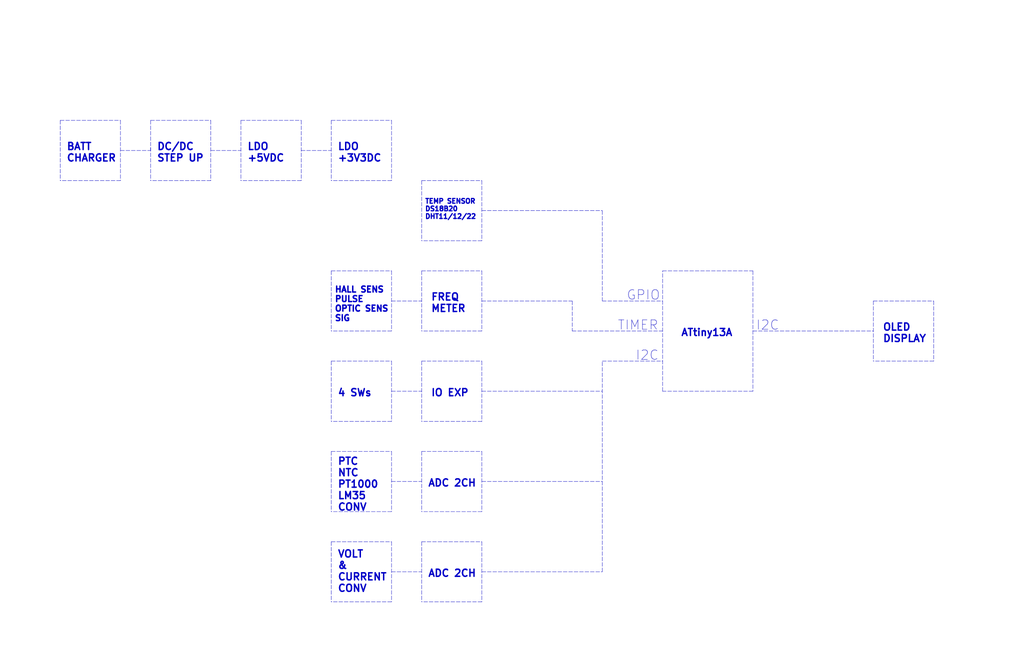
<source format=kicad_sch>
(kicad_sch (version 20211123) (generator eeschema)
  (paper "B")
  (title_block (title "Quinten Project") (rev "VxIy") (company "Siavash Taher Parvar") (comment 1 "Siavash Taher Parvar") (comment 2 "Siavash Taher Parvar") (comment 3 "Siavash Taher Parvar") (comment 4 "PT_091722_2") (comment 5 "PT_091722_3") (comment 6 "PT_091722_4") (comment 8 "No Variant") (comment 9 "N/A"))
  (lib_symbols)
  (polyline (pts (xy 165.1 76.2) (xy 139.7 76.2)))
  (polyline (pts (xy 50.8 76.2) (xy 25.4 76.2)))
  (polyline (pts (xy 101.6 50.8) (xy 127 50.8)))
  (polyline (pts (xy 177.8 190.5) (xy 203.2 190.5)))
  (polyline (pts (xy 139.7 114.3) (xy 139.7 139.7)))
  (polyline (pts (xy 203.2 101.6) (xy 177.8 101.6)))
  (polyline (pts (xy 177.8 152.4) (xy 203.2 152.4)))
  (polyline (pts (xy 165.1 203.2) (xy 177.8 203.2)))
  (polyline (pts (xy 203.2 228.6) (xy 203.2 254)))
  (polyline (pts (xy 254 127) (xy 279.4 127)))
  (polyline (pts (xy 177.8 76.2) (xy 177.8 101.6)))
  (polyline (pts (xy 279.4 165.1) (xy 279.4 114.3)))
  (polyline (pts (xy 241.3 127) (xy 241.3 139.7)))
  (polyline (pts (xy 165.1 139.7) (xy 139.7 139.7)))
  (polyline (pts (xy 177.8 76.2) (xy 203.2 76.2)))
  (polyline (pts (xy 254 88.9) (xy 254 127)))
  (polyline (pts (xy 165.1 152.4) (xy 165.1 177.8)))
  (polyline (pts (xy 254 241.3) (xy 254 152.4)))
  (polyline (pts (xy 203.2 203.2) (xy 254 203.2)))
  (polyline (pts (xy 139.7 228.6) (xy 165.1 228.6)))
  (polyline (pts (xy 139.7 190.5) (xy 139.7 215.9)))
  (polyline (pts (xy 393.7 127) (xy 393.7 152.4)))
  (polyline (pts (xy 177.8 190.5) (xy 177.8 215.9)))
  (polyline (pts (xy 165.1 215.9) (xy 139.7 215.9)))
  (polyline (pts (xy 177.8 228.6) (xy 177.8 254)))
  (polyline (pts (xy 139.7 50.8) (xy 165.1 50.8)))
  (polyline (pts (xy 203.2 215.9) (xy 177.8 215.9)))
  (polyline (pts (xy 139.7 152.4) (xy 165.1 152.4)))
  (polyline (pts (xy 203.2 190.5) (xy 203.2 215.9)))
  (polyline (pts (xy 101.6 50.8) (xy 101.6 76.2)))
  (polyline (pts (xy 317.5 114.3) (xy 317.5 165.1)))
  (polyline (pts (xy 88.9 76.2) (xy 63.5 76.2)))
  (polyline (pts (xy 317.5 165.1) (xy 279.4 165.1)))
  (polyline (pts (xy 177.8 114.3) (xy 203.2 114.3)))
  (polyline (pts (xy 127 76.2) (xy 101.6 76.2)))
  (polyline (pts (xy 177.8 228.6) (xy 203.2 228.6)))
  (polyline (pts (xy 368.3 127) (xy 393.7 127)))
  (polyline (pts (xy 165.1 127) (xy 177.8 127)))
  (polyline (pts (xy 139.7 152.4) (xy 139.7 177.8)))
  (polyline (pts (xy 368.3 127) (xy 368.3 152.4)))
  (polyline (pts (xy 50.8 50.8) (xy 50.8 76.2)))
  (polyline (pts (xy 203.2 152.4) (xy 203.2 177.8)))
  (polyline (pts (xy 254 152.4) (xy 279.4 152.4)))
  (polyline (pts (xy 127 63.5) (xy 139.7 63.5)))
  (polyline (pts (xy 165.1 228.6) (xy 165.1 254)))
  (polyline (pts (xy 165.1 254) (xy 139.7 254)))
  (polyline (pts (xy 203.2 139.7) (xy 177.8 139.7)))
  (polyline (pts (xy 317.5 139.7) (xy 368.3 139.7)))
  (polyline (pts (xy 139.7 50.8) (xy 139.7 76.2)))
  (polyline (pts (xy 165.1 241.3) (xy 177.8 241.3)))
  (polyline (pts (xy 139.7 228.6) (xy 139.7 254)))
  (polyline (pts (xy 393.7 152.4) (xy 368.3 152.4)))
  (polyline (pts (xy 165.1 114.3) (xy 165.1 139.7)))
  (polyline (pts (xy 25.4 50.8) (xy 25.4 76.2)))
  (polyline (pts (xy 203.2 254) (xy 177.8 254)))
  (polyline (pts (xy 88.9 50.8) (xy 88.9 76.2)))
  (polyline (pts (xy 63.5 50.8) (xy 63.5 76.2)))
  (polyline (pts (xy 165.1 190.5) (xy 165.1 215.9)))
  (polyline (pts (xy 241.3 139.7) (xy 279.4 139.7)))
  (polyline (pts (xy 203.2 241.3) (xy 254 241.3)))
  (polyline (pts (xy 127 50.8) (xy 127 76.2)))
  (polyline (pts (xy 177.8 152.4) (xy 177.8 177.8)))
  (polyline (pts (xy 88.9 63.5) (xy 101.6 63.5)))
  (polyline (pts (xy 63.5 50.8) (xy 88.9 50.8)))
  (polyline (pts (xy 203.2 165.1) (xy 254 165.1)))
  (polyline (pts (xy 203.2 114.3) (xy 203.2 139.7)))
  (polyline (pts (xy 203.2 127) (xy 241.3 127)))
  (polyline (pts (xy 25.4 50.8) (xy 50.8 50.8)))
  (polyline (pts (xy 63.5 63.5) (xy 63.5 62.23)))
  (polyline (pts (xy 139.7 114.3) (xy 165.1 114.3)))
  (polyline (pts (xy 203.2 177.8) (xy 177.8 177.8)))
  (polyline (pts (xy 165.1 50.8) (xy 165.1 76.2)))
  (polyline (pts (xy 165.1 177.8) (xy 139.7 177.8)))
  (polyline (pts (xy 50.8 63.5) (xy 63.5 63.5)))
  (polyline (pts (xy 203.2 76.2) (xy 203.2 101.6)))
  (polyline (pts (xy 203.2 88.9) (xy 254 88.9)))
  (polyline (pts (xy 165.1 165.1) (xy 177.8 165.1)))
  (polyline (pts (xy 139.7 190.5) (xy 165.1 190.5)))
  (polyline (pts (xy 177.8 114.3) (xy 177.8 139.7)))
  (polyline (pts (xy 279.4 114.3) (xy 317.5 114.3)))
  (text "BATT\nCHARGER" (at 27.94 68.58 0) (effects (font (size 3 3) (thickness 0.6) bold) (justify left bottom)))
  (text "ATtiny13A" (at 287.02 142.24 0) (effects (font (size 3 3) (thickness 0.6) bold) (justify left bottom)))
  (text "ADC 2CH" (at 180.34 205.74 0) (effects (font (size 3 3) (thickness 0.6) bold) (justify left bottom)))
  (text "I2C" (at 267.97 152.4 0) (effects (font (size 4 4)) (justify left bottom)))
  (text "I2C" (at 318.77 139.7 0) (effects (font (size 4 4)) (justify left bottom)))
  (text "HALL SENS\nPULSE\nOPTIC SENS\nSIG" (at 140.97 135.89 0) (effects (font (size 2.5 2.5) (thickness 0.6) bold) (justify left bottom)))
  (text "LDO\n+3V3DC" (at 142.24 68.58 0) (effects (font (size 3 3) (thickness 0.6) bold) (justify left bottom)))
  (text "ADC 2CH" (at 180.34 243.84 0) (effects (font (size 3 3) (thickness 0.6) bold) (justify left bottom)))
  (text "TEMP SENSOR\nDS18B20\nDHT11/12/22" (at 179.07 92.71 0) (effects (font (size 2 2) (thickness 0.6) bold) (justify left bottom)))
  (text "4 SWs" (at 142.24 167.64 0) (effects (font (size 3 3) (thickness 0.6) bold) (justify left bottom)))
  (text "GPIO" (at 264.16 127 0) (effects (font (size 4 4)) (justify left bottom)))
  (text "IO EXP" (at 181.61 167.64 0) (effects (font (size 3 3) (thickness 0.6) bold) (justify left bottom)))
  (text "FREQ\nMETER" (at 181.61 132.08 0) (effects (font (size 3 3) (thickness 0.6) bold) (justify left bottom)))
  (text "TIMER" (at 260.35 139.7 0) (effects (font (size 4 4)) (justify left bottom)))
  (text "LDO\n+5VDC" (at 104.14 68.58 0) (effects (font (size 3 3) (thickness 0.6) bold) (justify left bottom)))
  (text "OLED\nDISPLAY" (at 372.11 144.78 0) (effects (font (size 3 3) (thickness 0.6) bold) (justify left bottom)))
  (text "VOLT\n&\nCURRENT\nCONV" (at 142.24 250.19 0) (effects (font (size 3 3) (thickness 0.6) bold) (justify left bottom)))
  (text "DC/DC\nSTEP UP" (at 66.04 68.58 0) (effects (font (size 3 3) (thickness 0.6) bold) (justify left bottom)))
  (text "PTC\nNTC\nPT1000\nLM35\nCONV\n" (at 142.24 215.9 0) (effects (font (size 3 3) (thickness 0.6) bold) (justify left bottom)))
)
</source>
